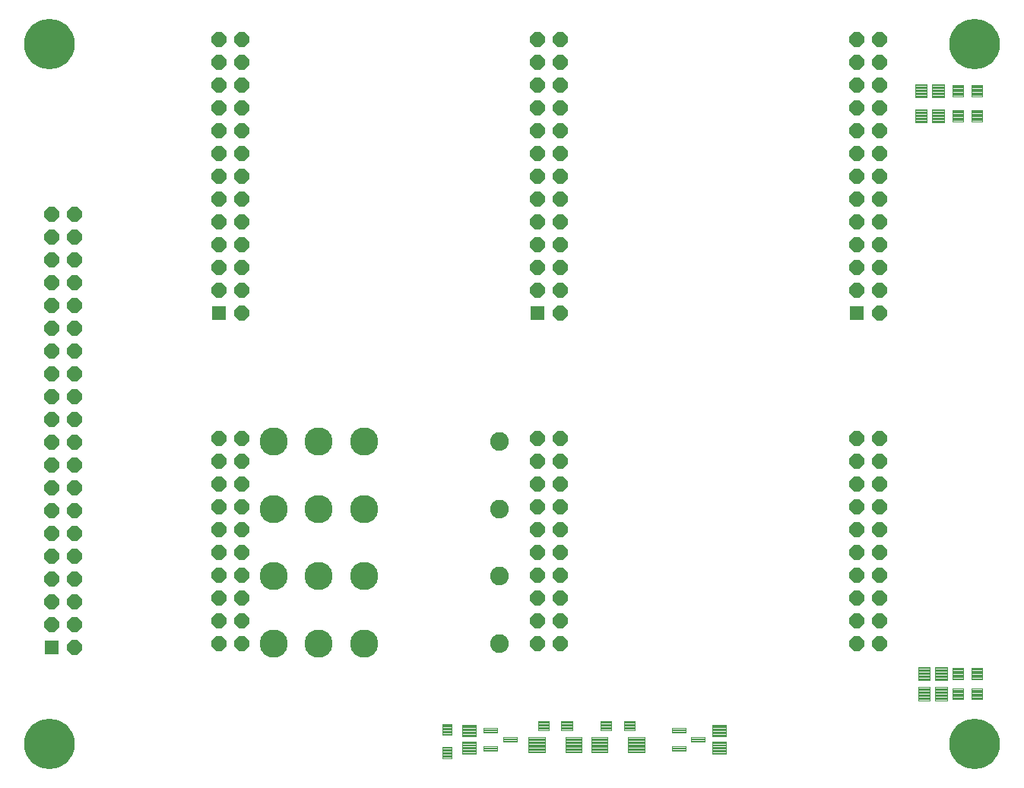
<source format=gts>
G75*
%MOIN*%
%OFA0B0*%
%FSLAX25Y25*%
%IPPOS*%
%LPD*%
%AMOC8*
5,1,8,0,0,1.08239X$1,22.5*
%
%ADD10C,0.12311*%
%ADD11C,0.08177*%
%ADD12C,0.00444*%
%ADD13C,0.00432*%
%ADD14C,0.00486*%
%ADD15C,0.00449*%
%ADD16C,0.00418*%
%ADD17OC8,0.06406*%
%ADD18R,0.06406X0.06406*%
%ADD19C,0.22154*%
D10*
X0165705Y0080512D03*
X0185547Y0080512D03*
X0205390Y0080512D03*
X0205390Y0110276D03*
X0185547Y0110276D03*
X0165705Y0110276D03*
X0165705Y0139567D03*
X0185547Y0139567D03*
X0205390Y0139567D03*
X0205390Y0169331D03*
X0185547Y0169331D03*
X0165705Y0169331D03*
D11*
X0264917Y0169331D03*
X0264917Y0139567D03*
X0264917Y0110276D03*
X0264917Y0080512D03*
D12*
X0281638Y0042582D02*
X0286418Y0042582D01*
X0281638Y0042582D02*
X0281638Y0046574D01*
X0286418Y0046574D01*
X0286418Y0042582D01*
X0286418Y0043025D02*
X0281638Y0043025D01*
X0281638Y0043468D02*
X0286418Y0043468D01*
X0286418Y0043911D02*
X0281638Y0043911D01*
X0281638Y0044354D02*
X0286418Y0044354D01*
X0286418Y0044797D02*
X0281638Y0044797D01*
X0281638Y0045240D02*
X0286418Y0045240D01*
X0286418Y0045683D02*
X0281638Y0045683D01*
X0281638Y0046126D02*
X0286418Y0046126D01*
X0286418Y0046569D02*
X0281638Y0046569D01*
X0291874Y0042582D02*
X0296654Y0042582D01*
X0291874Y0042582D02*
X0291874Y0046574D01*
X0296654Y0046574D01*
X0296654Y0042582D01*
X0296654Y0043025D02*
X0291874Y0043025D01*
X0291874Y0043468D02*
X0296654Y0043468D01*
X0296654Y0043911D02*
X0291874Y0043911D01*
X0291874Y0044354D02*
X0296654Y0044354D01*
X0296654Y0044797D02*
X0291874Y0044797D01*
X0291874Y0045240D02*
X0296654Y0045240D01*
X0296654Y0045683D02*
X0291874Y0045683D01*
X0291874Y0046126D02*
X0296654Y0046126D01*
X0296654Y0046569D02*
X0291874Y0046569D01*
X0309138Y0046574D02*
X0313918Y0046574D01*
X0313918Y0042582D01*
X0309138Y0042582D01*
X0309138Y0046574D01*
X0309138Y0043025D02*
X0313918Y0043025D01*
X0313918Y0043468D02*
X0309138Y0043468D01*
X0309138Y0043911D02*
X0313918Y0043911D01*
X0313918Y0044354D02*
X0309138Y0044354D01*
X0309138Y0044797D02*
X0313918Y0044797D01*
X0313918Y0045240D02*
X0309138Y0045240D01*
X0309138Y0045683D02*
X0313918Y0045683D01*
X0313918Y0046126D02*
X0309138Y0046126D01*
X0309138Y0046569D02*
X0313918Y0046569D01*
X0319374Y0046574D02*
X0324154Y0046574D01*
X0324154Y0042582D01*
X0319374Y0042582D01*
X0319374Y0046574D01*
X0319374Y0043025D02*
X0324154Y0043025D01*
X0324154Y0043468D02*
X0319374Y0043468D01*
X0319374Y0043911D02*
X0324154Y0043911D01*
X0324154Y0044354D02*
X0319374Y0044354D01*
X0319374Y0044797D02*
X0324154Y0044797D01*
X0324154Y0045240D02*
X0319374Y0045240D01*
X0319374Y0045683D02*
X0324154Y0045683D01*
X0324154Y0046126D02*
X0319374Y0046126D01*
X0319374Y0046569D02*
X0324154Y0046569D01*
X0239650Y0045336D02*
X0239650Y0040556D01*
X0239650Y0045336D02*
X0243642Y0045336D01*
X0243642Y0040556D01*
X0239650Y0040556D01*
X0239650Y0040999D02*
X0243642Y0040999D01*
X0243642Y0041442D02*
X0239650Y0041442D01*
X0239650Y0041885D02*
X0243642Y0041885D01*
X0243642Y0042328D02*
X0239650Y0042328D01*
X0239650Y0042771D02*
X0243642Y0042771D01*
X0243642Y0043214D02*
X0239650Y0043214D01*
X0239650Y0043657D02*
X0243642Y0043657D01*
X0243642Y0044100D02*
X0239650Y0044100D01*
X0239650Y0044543D02*
X0243642Y0044543D01*
X0243642Y0044986D02*
X0239650Y0044986D01*
X0239650Y0035099D02*
X0239650Y0030319D01*
X0239650Y0035099D02*
X0243642Y0035099D01*
X0243642Y0030319D01*
X0239650Y0030319D01*
X0239650Y0030762D02*
X0243642Y0030762D01*
X0243642Y0031205D02*
X0239650Y0031205D01*
X0239650Y0031648D02*
X0243642Y0031648D01*
X0243642Y0032091D02*
X0239650Y0032091D01*
X0239650Y0032534D02*
X0243642Y0032534D01*
X0243642Y0032977D02*
X0239650Y0032977D01*
X0239650Y0033420D02*
X0243642Y0033420D01*
X0243642Y0033863D02*
X0239650Y0033863D01*
X0239650Y0034306D02*
X0243642Y0034306D01*
X0243642Y0034749D02*
X0239650Y0034749D01*
D13*
X0277498Y0032898D02*
X0284652Y0032898D01*
X0277498Y0032898D02*
X0277498Y0039658D01*
X0284652Y0039658D01*
X0284652Y0032898D01*
X0284652Y0033329D02*
X0277498Y0033329D01*
X0277498Y0033760D02*
X0284652Y0033760D01*
X0284652Y0034191D02*
X0277498Y0034191D01*
X0277498Y0034622D02*
X0284652Y0034622D01*
X0284652Y0035053D02*
X0277498Y0035053D01*
X0277498Y0035484D02*
X0284652Y0035484D01*
X0284652Y0035915D02*
X0277498Y0035915D01*
X0277498Y0036346D02*
X0284652Y0036346D01*
X0284652Y0036777D02*
X0277498Y0036777D01*
X0277498Y0037208D02*
X0284652Y0037208D01*
X0284652Y0037639D02*
X0277498Y0037639D01*
X0277498Y0038070D02*
X0284652Y0038070D01*
X0284652Y0038501D02*
X0277498Y0038501D01*
X0277498Y0038932D02*
X0284652Y0038932D01*
X0284652Y0039363D02*
X0277498Y0039363D01*
X0293640Y0032898D02*
X0300794Y0032898D01*
X0293640Y0032898D02*
X0293640Y0039658D01*
X0300794Y0039658D01*
X0300794Y0032898D01*
X0300794Y0033329D02*
X0293640Y0033329D01*
X0293640Y0033760D02*
X0300794Y0033760D01*
X0300794Y0034191D02*
X0293640Y0034191D01*
X0293640Y0034622D02*
X0300794Y0034622D01*
X0300794Y0035053D02*
X0293640Y0035053D01*
X0293640Y0035484D02*
X0300794Y0035484D01*
X0300794Y0035915D02*
X0293640Y0035915D01*
X0293640Y0036346D02*
X0300794Y0036346D01*
X0300794Y0036777D02*
X0293640Y0036777D01*
X0293640Y0037208D02*
X0300794Y0037208D01*
X0300794Y0037639D02*
X0293640Y0037639D01*
X0293640Y0038070D02*
X0300794Y0038070D01*
X0300794Y0038501D02*
X0293640Y0038501D01*
X0293640Y0038932D02*
X0300794Y0038932D01*
X0300794Y0039363D02*
X0293640Y0039363D01*
X0304998Y0039658D02*
X0312152Y0039658D01*
X0312152Y0032898D01*
X0304998Y0032898D01*
X0304998Y0039658D01*
X0304998Y0033329D02*
X0312152Y0033329D01*
X0312152Y0033760D02*
X0304998Y0033760D01*
X0304998Y0034191D02*
X0312152Y0034191D01*
X0312152Y0034622D02*
X0304998Y0034622D01*
X0304998Y0035053D02*
X0312152Y0035053D01*
X0312152Y0035484D02*
X0304998Y0035484D01*
X0304998Y0035915D02*
X0312152Y0035915D01*
X0312152Y0036346D02*
X0304998Y0036346D01*
X0304998Y0036777D02*
X0312152Y0036777D01*
X0312152Y0037208D02*
X0304998Y0037208D01*
X0304998Y0037639D02*
X0312152Y0037639D01*
X0312152Y0038070D02*
X0304998Y0038070D01*
X0304998Y0038501D02*
X0312152Y0038501D01*
X0312152Y0038932D02*
X0304998Y0038932D01*
X0304998Y0039363D02*
X0312152Y0039363D01*
X0321140Y0039658D02*
X0328294Y0039658D01*
X0328294Y0032898D01*
X0321140Y0032898D01*
X0321140Y0039658D01*
X0321140Y0033329D02*
X0328294Y0033329D01*
X0328294Y0033760D02*
X0321140Y0033760D01*
X0321140Y0034191D02*
X0328294Y0034191D01*
X0328294Y0034622D02*
X0321140Y0034622D01*
X0321140Y0035053D02*
X0328294Y0035053D01*
X0328294Y0035484D02*
X0321140Y0035484D01*
X0321140Y0035915D02*
X0328294Y0035915D01*
X0328294Y0036346D02*
X0321140Y0036346D01*
X0321140Y0036777D02*
X0328294Y0036777D01*
X0328294Y0037208D02*
X0321140Y0037208D01*
X0321140Y0037639D02*
X0328294Y0037639D01*
X0328294Y0038070D02*
X0321140Y0038070D01*
X0321140Y0038501D02*
X0328294Y0038501D01*
X0328294Y0038932D02*
X0321140Y0038932D01*
X0321140Y0039363D02*
X0328294Y0039363D01*
D14*
X0340339Y0041421D02*
X0346353Y0041421D01*
X0340339Y0041421D02*
X0340339Y0043635D01*
X0346353Y0043635D01*
X0346353Y0041421D01*
X0346353Y0041906D02*
X0340339Y0041906D01*
X0340339Y0042391D02*
X0346353Y0042391D01*
X0346353Y0042876D02*
X0340339Y0042876D01*
X0340339Y0043361D02*
X0346353Y0043361D01*
X0348839Y0037421D02*
X0354853Y0037421D01*
X0348839Y0037421D02*
X0348839Y0039635D01*
X0354853Y0039635D01*
X0354853Y0037421D01*
X0354853Y0037906D02*
X0348839Y0037906D01*
X0348839Y0038391D02*
X0354853Y0038391D01*
X0354853Y0038876D02*
X0348839Y0038876D01*
X0348839Y0039361D02*
X0354853Y0039361D01*
X0346353Y0033421D02*
X0340339Y0033421D01*
X0340339Y0035635D01*
X0346353Y0035635D01*
X0346353Y0033421D01*
X0346353Y0033906D02*
X0340339Y0033906D01*
X0340339Y0034391D02*
X0346353Y0034391D01*
X0346353Y0034876D02*
X0340339Y0034876D01*
X0340339Y0035361D02*
X0346353Y0035361D01*
X0272353Y0037421D02*
X0266339Y0037421D01*
X0266339Y0039635D01*
X0272353Y0039635D01*
X0272353Y0037421D01*
X0272353Y0037906D02*
X0266339Y0037906D01*
X0266339Y0038391D02*
X0272353Y0038391D01*
X0272353Y0038876D02*
X0266339Y0038876D01*
X0266339Y0039361D02*
X0272353Y0039361D01*
X0263853Y0041421D02*
X0257839Y0041421D01*
X0257839Y0043635D01*
X0263853Y0043635D01*
X0263853Y0041421D01*
X0263853Y0041906D02*
X0257839Y0041906D01*
X0257839Y0042391D02*
X0263853Y0042391D01*
X0263853Y0042876D02*
X0257839Y0042876D01*
X0257839Y0043361D02*
X0263853Y0043361D01*
X0263853Y0033421D02*
X0257839Y0033421D01*
X0257839Y0035635D01*
X0263853Y0035635D01*
X0263853Y0033421D01*
X0263853Y0033906D02*
X0257839Y0033906D01*
X0257839Y0034391D02*
X0263853Y0034391D01*
X0263853Y0034876D02*
X0257839Y0034876D01*
X0257839Y0035361D02*
X0263853Y0035361D01*
D15*
X0254575Y0037372D02*
X0254575Y0032202D01*
X0248617Y0032202D01*
X0248617Y0037372D01*
X0254575Y0037372D01*
X0254575Y0032650D02*
X0248617Y0032650D01*
X0248617Y0033098D02*
X0254575Y0033098D01*
X0254575Y0033546D02*
X0248617Y0033546D01*
X0248617Y0033994D02*
X0254575Y0033994D01*
X0254575Y0034442D02*
X0248617Y0034442D01*
X0248617Y0034890D02*
X0254575Y0034890D01*
X0254575Y0035338D02*
X0248617Y0035338D01*
X0248617Y0035786D02*
X0254575Y0035786D01*
X0254575Y0036234D02*
X0248617Y0036234D01*
X0248617Y0036682D02*
X0254575Y0036682D01*
X0254575Y0037130D02*
X0248617Y0037130D01*
X0254575Y0039683D02*
X0254575Y0044853D01*
X0254575Y0039683D02*
X0248617Y0039683D01*
X0248617Y0044853D01*
X0254575Y0044853D01*
X0254575Y0040131D02*
X0248617Y0040131D01*
X0248617Y0040579D02*
X0254575Y0040579D01*
X0254575Y0041027D02*
X0248617Y0041027D01*
X0248617Y0041475D02*
X0254575Y0041475D01*
X0254575Y0041923D02*
X0248617Y0041923D01*
X0248617Y0042371D02*
X0254575Y0042371D01*
X0254575Y0042819D02*
X0248617Y0042819D01*
X0248617Y0043267D02*
X0254575Y0043267D01*
X0254575Y0043715D02*
X0248617Y0043715D01*
X0248617Y0044163D02*
X0254575Y0044163D01*
X0254575Y0044611D02*
X0248617Y0044611D01*
X0364075Y0044853D02*
X0364075Y0039683D01*
X0358117Y0039683D01*
X0358117Y0044853D01*
X0364075Y0044853D01*
X0364075Y0040131D02*
X0358117Y0040131D01*
X0358117Y0040579D02*
X0364075Y0040579D01*
X0364075Y0041027D02*
X0358117Y0041027D01*
X0358117Y0041475D02*
X0364075Y0041475D01*
X0364075Y0041923D02*
X0358117Y0041923D01*
X0358117Y0042371D02*
X0364075Y0042371D01*
X0364075Y0042819D02*
X0358117Y0042819D01*
X0358117Y0043267D02*
X0364075Y0043267D01*
X0364075Y0043715D02*
X0358117Y0043715D01*
X0358117Y0044163D02*
X0364075Y0044163D01*
X0364075Y0044611D02*
X0358117Y0044611D01*
X0364075Y0037372D02*
X0364075Y0032202D01*
X0358117Y0032202D01*
X0358117Y0037372D01*
X0364075Y0037372D01*
X0364075Y0032650D02*
X0358117Y0032650D01*
X0358117Y0033098D02*
X0364075Y0033098D01*
X0364075Y0033546D02*
X0358117Y0033546D01*
X0358117Y0033994D02*
X0364075Y0033994D01*
X0364075Y0034442D02*
X0358117Y0034442D01*
X0358117Y0034890D02*
X0364075Y0034890D01*
X0364075Y0035338D02*
X0358117Y0035338D01*
X0358117Y0035786D02*
X0364075Y0035786D01*
X0364075Y0036234D02*
X0358117Y0036234D01*
X0358117Y0036682D02*
X0364075Y0036682D01*
X0364075Y0037130D02*
X0358117Y0037130D01*
X0448371Y0061557D02*
X0453541Y0061557D01*
X0453541Y0055599D01*
X0448371Y0055599D01*
X0448371Y0061557D01*
X0448371Y0056047D02*
X0453541Y0056047D01*
X0453541Y0056495D02*
X0448371Y0056495D01*
X0448371Y0056943D02*
X0453541Y0056943D01*
X0453541Y0057391D02*
X0448371Y0057391D01*
X0448371Y0057839D02*
X0453541Y0057839D01*
X0453541Y0058287D02*
X0448371Y0058287D01*
X0448371Y0058735D02*
X0453541Y0058735D01*
X0453541Y0059183D02*
X0448371Y0059183D01*
X0448371Y0059631D02*
X0453541Y0059631D01*
X0453541Y0060079D02*
X0448371Y0060079D01*
X0448371Y0060527D02*
X0453541Y0060527D01*
X0453541Y0060975D02*
X0448371Y0060975D01*
X0448371Y0061423D02*
X0453541Y0061423D01*
X0455851Y0061557D02*
X0461021Y0061557D01*
X0461021Y0055599D01*
X0455851Y0055599D01*
X0455851Y0061557D01*
X0455851Y0056047D02*
X0461021Y0056047D01*
X0461021Y0056495D02*
X0455851Y0056495D01*
X0455851Y0056943D02*
X0461021Y0056943D01*
X0461021Y0057391D02*
X0455851Y0057391D01*
X0455851Y0057839D02*
X0461021Y0057839D01*
X0461021Y0058287D02*
X0455851Y0058287D01*
X0455851Y0058735D02*
X0461021Y0058735D01*
X0461021Y0059183D02*
X0455851Y0059183D01*
X0455851Y0059631D02*
X0461021Y0059631D01*
X0461021Y0060079D02*
X0455851Y0060079D01*
X0455851Y0060527D02*
X0461021Y0060527D01*
X0461021Y0060975D02*
X0455851Y0060975D01*
X0455851Y0061423D02*
X0461021Y0061423D01*
X0461021Y0070307D02*
X0455851Y0070307D01*
X0461021Y0070307D02*
X0461021Y0064349D01*
X0455851Y0064349D01*
X0455851Y0070307D01*
X0455851Y0064797D02*
X0461021Y0064797D01*
X0461021Y0065245D02*
X0455851Y0065245D01*
X0455851Y0065693D02*
X0461021Y0065693D01*
X0461021Y0066141D02*
X0455851Y0066141D01*
X0455851Y0066589D02*
X0461021Y0066589D01*
X0461021Y0067037D02*
X0455851Y0067037D01*
X0455851Y0067485D02*
X0461021Y0067485D01*
X0461021Y0067933D02*
X0455851Y0067933D01*
X0455851Y0068381D02*
X0461021Y0068381D01*
X0461021Y0068829D02*
X0455851Y0068829D01*
X0455851Y0069277D02*
X0461021Y0069277D01*
X0461021Y0069725D02*
X0455851Y0069725D01*
X0455851Y0070173D02*
X0461021Y0070173D01*
X0453541Y0070307D02*
X0448371Y0070307D01*
X0453541Y0070307D02*
X0453541Y0064349D01*
X0448371Y0064349D01*
X0448371Y0070307D01*
X0448371Y0064797D02*
X0453541Y0064797D01*
X0453541Y0065245D02*
X0448371Y0065245D01*
X0448371Y0065693D02*
X0453541Y0065693D01*
X0453541Y0066141D02*
X0448371Y0066141D01*
X0448371Y0066589D02*
X0453541Y0066589D01*
X0453541Y0067037D02*
X0448371Y0067037D01*
X0448371Y0067485D02*
X0453541Y0067485D01*
X0453541Y0067933D02*
X0448371Y0067933D01*
X0448371Y0068381D02*
X0453541Y0068381D01*
X0453541Y0068829D02*
X0448371Y0068829D01*
X0448371Y0069277D02*
X0453541Y0069277D01*
X0453541Y0069725D02*
X0448371Y0069725D01*
X0448371Y0070173D02*
X0453541Y0070173D01*
X0454551Y0309049D02*
X0459721Y0309049D01*
X0454551Y0309049D02*
X0454551Y0315007D01*
X0459721Y0315007D01*
X0459721Y0309049D01*
X0459721Y0309497D02*
X0454551Y0309497D01*
X0454551Y0309945D02*
X0459721Y0309945D01*
X0459721Y0310393D02*
X0454551Y0310393D01*
X0454551Y0310841D02*
X0459721Y0310841D01*
X0459721Y0311289D02*
X0454551Y0311289D01*
X0454551Y0311737D02*
X0459721Y0311737D01*
X0459721Y0312185D02*
X0454551Y0312185D01*
X0454551Y0312633D02*
X0459721Y0312633D01*
X0459721Y0313081D02*
X0454551Y0313081D01*
X0454551Y0313529D02*
X0459721Y0313529D01*
X0459721Y0313977D02*
X0454551Y0313977D01*
X0454551Y0314425D02*
X0459721Y0314425D01*
X0459721Y0314873D02*
X0454551Y0314873D01*
X0452241Y0309049D02*
X0447071Y0309049D01*
X0447071Y0315007D01*
X0452241Y0315007D01*
X0452241Y0309049D01*
X0452241Y0309497D02*
X0447071Y0309497D01*
X0447071Y0309945D02*
X0452241Y0309945D01*
X0452241Y0310393D02*
X0447071Y0310393D01*
X0447071Y0310841D02*
X0452241Y0310841D01*
X0452241Y0311289D02*
X0447071Y0311289D01*
X0447071Y0311737D02*
X0452241Y0311737D01*
X0452241Y0312185D02*
X0447071Y0312185D01*
X0447071Y0312633D02*
X0452241Y0312633D01*
X0452241Y0313081D02*
X0447071Y0313081D01*
X0447071Y0313529D02*
X0452241Y0313529D01*
X0452241Y0313977D02*
X0447071Y0313977D01*
X0447071Y0314425D02*
X0452241Y0314425D01*
X0452241Y0314873D02*
X0447071Y0314873D01*
X0447071Y0320049D02*
X0452241Y0320049D01*
X0447071Y0320049D02*
X0447071Y0326007D01*
X0452241Y0326007D01*
X0452241Y0320049D01*
X0452241Y0320497D02*
X0447071Y0320497D01*
X0447071Y0320945D02*
X0452241Y0320945D01*
X0452241Y0321393D02*
X0447071Y0321393D01*
X0447071Y0321841D02*
X0452241Y0321841D01*
X0452241Y0322289D02*
X0447071Y0322289D01*
X0447071Y0322737D02*
X0452241Y0322737D01*
X0452241Y0323185D02*
X0447071Y0323185D01*
X0447071Y0323633D02*
X0452241Y0323633D01*
X0452241Y0324081D02*
X0447071Y0324081D01*
X0447071Y0324529D02*
X0452241Y0324529D01*
X0452241Y0324977D02*
X0447071Y0324977D01*
X0447071Y0325425D02*
X0452241Y0325425D01*
X0452241Y0325873D02*
X0447071Y0325873D01*
X0454551Y0320049D02*
X0459721Y0320049D01*
X0454551Y0320049D02*
X0454551Y0326007D01*
X0459721Y0326007D01*
X0459721Y0320049D01*
X0459721Y0320497D02*
X0454551Y0320497D01*
X0454551Y0320945D02*
X0459721Y0320945D01*
X0459721Y0321393D02*
X0454551Y0321393D01*
X0454551Y0321841D02*
X0459721Y0321841D01*
X0459721Y0322289D02*
X0454551Y0322289D01*
X0454551Y0322737D02*
X0459721Y0322737D01*
X0459721Y0323185D02*
X0454551Y0323185D01*
X0454551Y0323633D02*
X0459721Y0323633D01*
X0459721Y0324081D02*
X0454551Y0324081D01*
X0454551Y0324529D02*
X0459721Y0324529D01*
X0459721Y0324977D02*
X0454551Y0324977D01*
X0454551Y0325425D02*
X0459721Y0325425D01*
X0459721Y0325873D02*
X0454551Y0325873D01*
D16*
X0463359Y0325431D02*
X0463359Y0320625D01*
X0463359Y0325431D02*
X0468165Y0325431D01*
X0468165Y0320625D01*
X0463359Y0320625D01*
X0463359Y0321042D02*
X0468165Y0321042D01*
X0468165Y0321459D02*
X0463359Y0321459D01*
X0463359Y0321876D02*
X0468165Y0321876D01*
X0468165Y0322293D02*
X0463359Y0322293D01*
X0463359Y0322710D02*
X0468165Y0322710D01*
X0468165Y0323127D02*
X0463359Y0323127D01*
X0463359Y0323544D02*
X0468165Y0323544D01*
X0468165Y0323961D02*
X0463359Y0323961D01*
X0463359Y0324378D02*
X0468165Y0324378D01*
X0468165Y0324795D02*
X0463359Y0324795D01*
X0463359Y0325212D02*
X0468165Y0325212D01*
X0471627Y0325431D02*
X0471627Y0320625D01*
X0471627Y0325431D02*
X0476433Y0325431D01*
X0476433Y0320625D01*
X0471627Y0320625D01*
X0471627Y0321042D02*
X0476433Y0321042D01*
X0476433Y0321459D02*
X0471627Y0321459D01*
X0471627Y0321876D02*
X0476433Y0321876D01*
X0476433Y0322293D02*
X0471627Y0322293D01*
X0471627Y0322710D02*
X0476433Y0322710D01*
X0476433Y0323127D02*
X0471627Y0323127D01*
X0471627Y0323544D02*
X0476433Y0323544D01*
X0476433Y0323961D02*
X0471627Y0323961D01*
X0471627Y0324378D02*
X0476433Y0324378D01*
X0476433Y0324795D02*
X0471627Y0324795D01*
X0471627Y0325212D02*
X0476433Y0325212D01*
X0471627Y0314431D02*
X0471627Y0309625D01*
X0471627Y0314431D02*
X0476433Y0314431D01*
X0476433Y0309625D01*
X0471627Y0309625D01*
X0471627Y0310042D02*
X0476433Y0310042D01*
X0476433Y0310459D02*
X0471627Y0310459D01*
X0471627Y0310876D02*
X0476433Y0310876D01*
X0476433Y0311293D02*
X0471627Y0311293D01*
X0471627Y0311710D02*
X0476433Y0311710D01*
X0476433Y0312127D02*
X0471627Y0312127D01*
X0471627Y0312544D02*
X0476433Y0312544D01*
X0476433Y0312961D02*
X0471627Y0312961D01*
X0471627Y0313378D02*
X0476433Y0313378D01*
X0476433Y0313795D02*
X0471627Y0313795D01*
X0471627Y0314212D02*
X0476433Y0314212D01*
X0463359Y0314431D02*
X0463359Y0309625D01*
X0463359Y0314431D02*
X0468165Y0314431D01*
X0468165Y0309625D01*
X0463359Y0309625D01*
X0463359Y0310042D02*
X0468165Y0310042D01*
X0468165Y0310459D02*
X0463359Y0310459D01*
X0463359Y0310876D02*
X0468165Y0310876D01*
X0468165Y0311293D02*
X0463359Y0311293D01*
X0463359Y0311710D02*
X0468165Y0311710D01*
X0468165Y0312127D02*
X0463359Y0312127D01*
X0463359Y0312544D02*
X0468165Y0312544D01*
X0468165Y0312961D02*
X0463359Y0312961D01*
X0463359Y0313378D02*
X0468165Y0313378D01*
X0468165Y0313795D02*
X0463359Y0313795D01*
X0463359Y0314212D02*
X0468165Y0314212D01*
X0468165Y0069731D02*
X0468165Y0064925D01*
X0463359Y0064925D01*
X0463359Y0069731D01*
X0468165Y0069731D01*
X0468165Y0065342D02*
X0463359Y0065342D01*
X0463359Y0065759D02*
X0468165Y0065759D01*
X0468165Y0066176D02*
X0463359Y0066176D01*
X0463359Y0066593D02*
X0468165Y0066593D01*
X0468165Y0067010D02*
X0463359Y0067010D01*
X0463359Y0067427D02*
X0468165Y0067427D01*
X0468165Y0067844D02*
X0463359Y0067844D01*
X0463359Y0068261D02*
X0468165Y0068261D01*
X0468165Y0068678D02*
X0463359Y0068678D01*
X0463359Y0069095D02*
X0468165Y0069095D01*
X0468165Y0069512D02*
X0463359Y0069512D01*
X0476433Y0069731D02*
X0476433Y0064925D01*
X0471627Y0064925D01*
X0471627Y0069731D01*
X0476433Y0069731D01*
X0476433Y0065342D02*
X0471627Y0065342D01*
X0471627Y0065759D02*
X0476433Y0065759D01*
X0476433Y0066176D02*
X0471627Y0066176D01*
X0471627Y0066593D02*
X0476433Y0066593D01*
X0476433Y0067010D02*
X0471627Y0067010D01*
X0471627Y0067427D02*
X0476433Y0067427D01*
X0476433Y0067844D02*
X0471627Y0067844D01*
X0471627Y0068261D02*
X0476433Y0068261D01*
X0476433Y0068678D02*
X0471627Y0068678D01*
X0471627Y0069095D02*
X0476433Y0069095D01*
X0476433Y0069512D02*
X0471627Y0069512D01*
X0476433Y0060981D02*
X0476433Y0056175D01*
X0471627Y0056175D01*
X0471627Y0060981D01*
X0476433Y0060981D01*
X0476433Y0056592D02*
X0471627Y0056592D01*
X0471627Y0057009D02*
X0476433Y0057009D01*
X0476433Y0057426D02*
X0471627Y0057426D01*
X0471627Y0057843D02*
X0476433Y0057843D01*
X0476433Y0058260D02*
X0471627Y0058260D01*
X0471627Y0058677D02*
X0476433Y0058677D01*
X0476433Y0059094D02*
X0471627Y0059094D01*
X0471627Y0059511D02*
X0476433Y0059511D01*
X0476433Y0059928D02*
X0471627Y0059928D01*
X0471627Y0060345D02*
X0476433Y0060345D01*
X0476433Y0060762D02*
X0471627Y0060762D01*
X0468165Y0060981D02*
X0468165Y0056175D01*
X0463359Y0056175D01*
X0463359Y0060981D01*
X0468165Y0060981D01*
X0468165Y0056592D02*
X0463359Y0056592D01*
X0463359Y0057009D02*
X0468165Y0057009D01*
X0468165Y0057426D02*
X0463359Y0057426D01*
X0463359Y0057843D02*
X0468165Y0057843D01*
X0468165Y0058260D02*
X0463359Y0058260D01*
X0463359Y0058677D02*
X0468165Y0058677D01*
X0468165Y0059094D02*
X0463359Y0059094D01*
X0463359Y0059511D02*
X0468165Y0059511D01*
X0468165Y0059928D02*
X0463359Y0059928D01*
X0463359Y0060345D02*
X0468165Y0060345D01*
X0468165Y0060762D02*
X0463359Y0060762D01*
D17*
X0431335Y0080350D03*
X0421335Y0080350D03*
X0421335Y0090350D03*
X0431335Y0090350D03*
X0431335Y0100350D03*
X0421335Y0100350D03*
X0421335Y0110350D03*
X0431335Y0110350D03*
X0431335Y0120350D03*
X0421335Y0120350D03*
X0421335Y0130350D03*
X0431335Y0130350D03*
X0431335Y0140350D03*
X0421335Y0140350D03*
X0421335Y0150350D03*
X0431335Y0150350D03*
X0431335Y0160350D03*
X0421335Y0160350D03*
X0421335Y0170350D03*
X0431335Y0170350D03*
X0431335Y0225547D03*
X0431335Y0235547D03*
X0421335Y0235547D03*
X0421335Y0245547D03*
X0431335Y0245547D03*
X0431335Y0255547D03*
X0431335Y0265547D03*
X0421335Y0265547D03*
X0421335Y0255547D03*
X0421335Y0275547D03*
X0431335Y0275547D03*
X0431335Y0285547D03*
X0431335Y0295547D03*
X0421335Y0295547D03*
X0421335Y0285547D03*
X0421335Y0305547D03*
X0431335Y0305547D03*
X0431335Y0315547D03*
X0421335Y0315547D03*
X0421335Y0325547D03*
X0431335Y0325547D03*
X0431335Y0335547D03*
X0421335Y0335547D03*
X0421335Y0345547D03*
X0431335Y0345547D03*
X0291571Y0345547D03*
X0281571Y0345547D03*
X0281571Y0335547D03*
X0281571Y0325547D03*
X0291571Y0325547D03*
X0291571Y0335547D03*
X0291571Y0315547D03*
X0281571Y0315547D03*
X0281571Y0305547D03*
X0291571Y0305547D03*
X0291571Y0295547D03*
X0291571Y0285547D03*
X0281571Y0285547D03*
X0281571Y0295547D03*
X0281571Y0275547D03*
X0291571Y0275547D03*
X0291571Y0265547D03*
X0291571Y0255547D03*
X0281571Y0255547D03*
X0281571Y0265547D03*
X0281571Y0245547D03*
X0291571Y0245547D03*
X0291571Y0235547D03*
X0291571Y0225547D03*
X0281571Y0235547D03*
X0281571Y0170350D03*
X0291571Y0170350D03*
X0291571Y0160350D03*
X0291571Y0150350D03*
X0281571Y0150350D03*
X0281571Y0160350D03*
X0281571Y0140350D03*
X0291571Y0140350D03*
X0291571Y0130350D03*
X0291571Y0120350D03*
X0281571Y0120350D03*
X0281571Y0130350D03*
X0281571Y0110350D03*
X0291571Y0110350D03*
X0291571Y0100350D03*
X0291571Y0090350D03*
X0281571Y0090350D03*
X0281571Y0100350D03*
X0281571Y0080350D03*
X0291571Y0080350D03*
X0151807Y0080350D03*
X0141807Y0080350D03*
X0141807Y0090350D03*
X0151807Y0090350D03*
X0151807Y0100350D03*
X0141807Y0100350D03*
X0141807Y0110350D03*
X0151807Y0110350D03*
X0151807Y0120350D03*
X0141807Y0120350D03*
X0141807Y0130350D03*
X0151807Y0130350D03*
X0151807Y0140350D03*
X0141807Y0140350D03*
X0141807Y0150350D03*
X0151807Y0150350D03*
X0151807Y0160350D03*
X0141807Y0160350D03*
X0141807Y0170350D03*
X0151807Y0170350D03*
X0151807Y0225547D03*
X0151807Y0235547D03*
X0141807Y0235547D03*
X0141807Y0245547D03*
X0151807Y0245547D03*
X0151807Y0255547D03*
X0141807Y0255547D03*
X0141807Y0265547D03*
X0151807Y0265547D03*
X0151807Y0275547D03*
X0141807Y0275547D03*
X0141807Y0285547D03*
X0151807Y0285547D03*
X0151807Y0295547D03*
X0141807Y0295547D03*
X0141807Y0305547D03*
X0151807Y0305547D03*
X0151807Y0315547D03*
X0141807Y0315547D03*
X0141807Y0325547D03*
X0151807Y0325547D03*
X0151807Y0335547D03*
X0141807Y0335547D03*
X0141807Y0345547D03*
X0151807Y0345547D03*
X0078343Y0268776D03*
X0078343Y0258776D03*
X0068343Y0258776D03*
X0068343Y0268776D03*
X0068343Y0248776D03*
X0078343Y0248776D03*
X0078343Y0238776D03*
X0078343Y0228776D03*
X0068343Y0228776D03*
X0068343Y0238776D03*
X0068343Y0218776D03*
X0078343Y0218776D03*
X0078343Y0208776D03*
X0078343Y0198776D03*
X0068343Y0198776D03*
X0068343Y0208776D03*
X0068343Y0188776D03*
X0078343Y0188776D03*
X0078343Y0178776D03*
X0078343Y0168776D03*
X0068343Y0168776D03*
X0068343Y0178776D03*
X0068343Y0158776D03*
X0078343Y0158776D03*
X0078343Y0148776D03*
X0078343Y0138776D03*
X0068343Y0138776D03*
X0068343Y0148776D03*
X0068343Y0128776D03*
X0078343Y0128776D03*
X0078343Y0118776D03*
X0078343Y0108776D03*
X0068343Y0108776D03*
X0068343Y0118776D03*
X0068343Y0098776D03*
X0078343Y0098776D03*
X0078343Y0088776D03*
X0078343Y0078776D03*
X0068343Y0088776D03*
D18*
X0068343Y0078776D03*
X0141807Y0225547D03*
X0281571Y0225547D03*
X0421335Y0225547D03*
D19*
X0067555Y0036492D03*
X0067555Y0343579D03*
X0473067Y0343579D03*
X0473067Y0036492D03*
M02*

</source>
